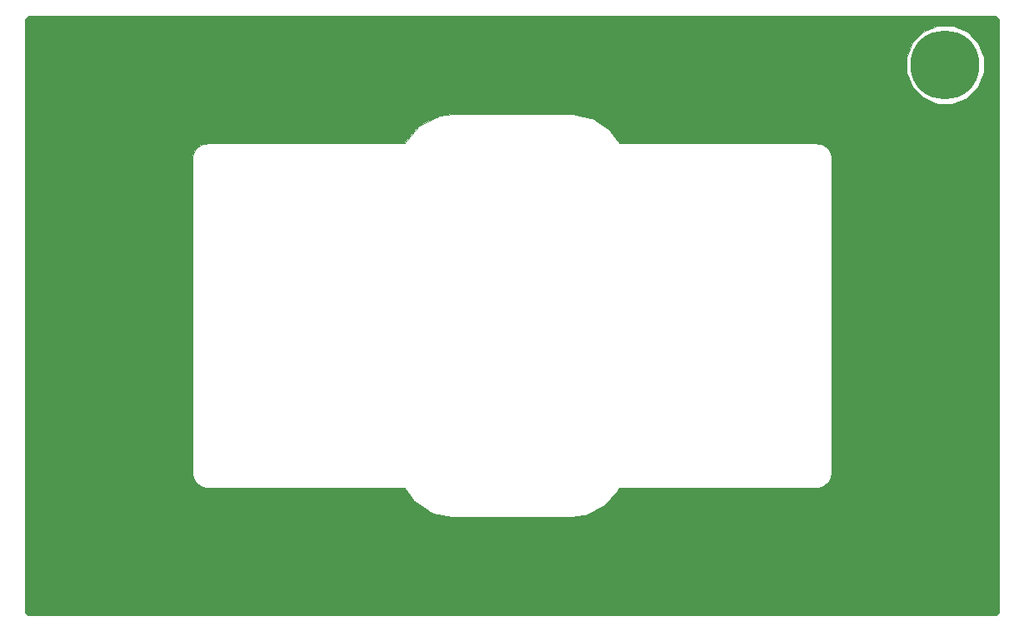
<source format=gbr>
G04 #@! TF.FileFunction,Copper,L2,Bot,Signal*
%FSLAX46Y46*%
G04 Gerber Fmt 4.6, Leading zero omitted, Abs format (unit mm)*
G04 Created by KiCad (PCBNEW 0.201603210401+6634~43~ubuntu14.04.1-product) date Mon 18 Apr 2016 03:28:45 PM CEST*
%MOMM*%
G01*
G04 APERTURE LIST*
%ADD10C,0.100000*%
%ADD11C,7.000000*%
G04 APERTURE END LIST*
D10*
D11*
X144000000Y-74500000D03*
X56000000Y-74500000D03*
X56000000Y-125500000D03*
X144000000Y-125500000D03*
D10*
G36*
X149187593Y-69547110D02*
X149346627Y-69653373D01*
X149452890Y-69812407D01*
X149500000Y-70049247D01*
X149500000Y-129950753D01*
X149452890Y-130187593D01*
X149346627Y-130346627D01*
X149187593Y-130452890D01*
X148950753Y-130500000D01*
X51049247Y-130500000D01*
X50812407Y-130452890D01*
X50653373Y-130346627D01*
X50547110Y-130187593D01*
X50500000Y-129950753D01*
X50500000Y-84000000D01*
X67500000Y-84000000D01*
X67500000Y-116000000D01*
X67509607Y-116048298D01*
X67509607Y-116097545D01*
X67585727Y-116480228D01*
X67660385Y-116660468D01*
X67877158Y-116984892D01*
X68015108Y-117122842D01*
X68339532Y-117339615D01*
X68519772Y-117414273D01*
X68902455Y-117490393D01*
X68951702Y-117490393D01*
X69000000Y-117500000D01*
X89092522Y-117500000D01*
X89236860Y-117750000D01*
X89258608Y-117774798D01*
X89273196Y-117804381D01*
X90067789Y-118839915D01*
X90129061Y-118893649D01*
X90186681Y-118951269D01*
X91808798Y-120035133D01*
X91989038Y-120109791D01*
X93902455Y-120490393D01*
X93951702Y-120490393D01*
X94000000Y-120500000D01*
X106000000Y-120500000D01*
X106032351Y-120493565D01*
X106065263Y-120495722D01*
X107359358Y-120325351D01*
X107436526Y-120299156D01*
X107515239Y-120278065D01*
X109264947Y-119415205D01*
X109264951Y-119415204D01*
X109419727Y-119296440D01*
X110706047Y-117829673D01*
X110730670Y-117787025D01*
X110763140Y-117750000D01*
X110907478Y-117500000D01*
X131000000Y-117500000D01*
X131048298Y-117490393D01*
X131097545Y-117490393D01*
X131480228Y-117414273D01*
X131660468Y-117339615D01*
X131984892Y-117122842D01*
X132122842Y-116984892D01*
X132339615Y-116660468D01*
X132414273Y-116480228D01*
X132490393Y-116097545D01*
X132490393Y-116048298D01*
X132500000Y-116000000D01*
X132500000Y-84000000D01*
X132490393Y-83951702D01*
X132490393Y-83902455D01*
X132414273Y-83519772D01*
X132339615Y-83339532D01*
X132122842Y-83015108D01*
X131984892Y-82877158D01*
X131660468Y-82660385D01*
X131480228Y-82585727D01*
X131097545Y-82509607D01*
X131048298Y-82509607D01*
X131000000Y-82500000D01*
X110907477Y-82500000D01*
X110763140Y-82250000D01*
X110741392Y-82225202D01*
X110726804Y-82195619D01*
X109932211Y-81160085D01*
X109870943Y-81106354D01*
X109813319Y-81048731D01*
X108191202Y-79964867D01*
X108010962Y-79890209D01*
X106097545Y-79509607D01*
X106048298Y-79509607D01*
X106000000Y-79500000D01*
X94000000Y-79500000D01*
X93967649Y-79506435D01*
X93934737Y-79504278D01*
X92640642Y-79674649D01*
X92563476Y-79700843D01*
X92484761Y-79721935D01*
X90735053Y-80584795D01*
X90735049Y-80584796D01*
X90580273Y-80703560D01*
X89293953Y-82170327D01*
X89269331Y-82212974D01*
X89236860Y-82250000D01*
X89092523Y-82500000D01*
X69000000Y-82500000D01*
X68951702Y-82509607D01*
X68902455Y-82509607D01*
X68519772Y-82585727D01*
X68339532Y-82660385D01*
X68015108Y-82877158D01*
X67877158Y-83015108D01*
X67660385Y-83339532D01*
X67585727Y-83519772D01*
X67509607Y-83902455D01*
X67509607Y-83951702D01*
X67500000Y-84000000D01*
X50500000Y-84000000D01*
X50500000Y-75282257D01*
X140049316Y-75282257D01*
X140649400Y-76734572D01*
X141759583Y-77846694D01*
X143210849Y-78449313D01*
X144782257Y-78450684D01*
X146234572Y-77850600D01*
X147346694Y-76740417D01*
X147949313Y-75289151D01*
X147950684Y-73717743D01*
X147350600Y-72265428D01*
X146240417Y-71153306D01*
X144789151Y-70550687D01*
X143217743Y-70549316D01*
X141765428Y-71149400D01*
X140653306Y-72259583D01*
X140050687Y-73710849D01*
X140049316Y-75282257D01*
X50500000Y-75282257D01*
X50500000Y-70049247D01*
X50547110Y-69812407D01*
X50653373Y-69653373D01*
X50812407Y-69547110D01*
X51049247Y-69500000D01*
X148950753Y-69500000D01*
X149187593Y-69547110D01*
X149187593Y-69547110D01*
G37*
X149187593Y-69547110D02*
X149346627Y-69653373D01*
X149452890Y-69812407D01*
X149500000Y-70049247D01*
X149500000Y-129950753D01*
X149452890Y-130187593D01*
X149346627Y-130346627D01*
X149187593Y-130452890D01*
X148950753Y-130500000D01*
X51049247Y-130500000D01*
X50812407Y-130452890D01*
X50653373Y-130346627D01*
X50547110Y-130187593D01*
X50500000Y-129950753D01*
X50500000Y-84000000D01*
X67500000Y-84000000D01*
X67500000Y-116000000D01*
X67509607Y-116048298D01*
X67509607Y-116097545D01*
X67585727Y-116480228D01*
X67660385Y-116660468D01*
X67877158Y-116984892D01*
X68015108Y-117122842D01*
X68339532Y-117339615D01*
X68519772Y-117414273D01*
X68902455Y-117490393D01*
X68951702Y-117490393D01*
X69000000Y-117500000D01*
X89092522Y-117500000D01*
X89236860Y-117750000D01*
X89258608Y-117774798D01*
X89273196Y-117804381D01*
X90067789Y-118839915D01*
X90129061Y-118893649D01*
X90186681Y-118951269D01*
X91808798Y-120035133D01*
X91989038Y-120109791D01*
X93902455Y-120490393D01*
X93951702Y-120490393D01*
X94000000Y-120500000D01*
X106000000Y-120500000D01*
X106032351Y-120493565D01*
X106065263Y-120495722D01*
X107359358Y-120325351D01*
X107436526Y-120299156D01*
X107515239Y-120278065D01*
X109264947Y-119415205D01*
X109264951Y-119415204D01*
X109419727Y-119296440D01*
X110706047Y-117829673D01*
X110730670Y-117787025D01*
X110763140Y-117750000D01*
X110907478Y-117500000D01*
X131000000Y-117500000D01*
X131048298Y-117490393D01*
X131097545Y-117490393D01*
X131480228Y-117414273D01*
X131660468Y-117339615D01*
X131984892Y-117122842D01*
X132122842Y-116984892D01*
X132339615Y-116660468D01*
X132414273Y-116480228D01*
X132490393Y-116097545D01*
X132490393Y-116048298D01*
X132500000Y-116000000D01*
X132500000Y-84000000D01*
X132490393Y-83951702D01*
X132490393Y-83902455D01*
X132414273Y-83519772D01*
X132339615Y-83339532D01*
X132122842Y-83015108D01*
X131984892Y-82877158D01*
X131660468Y-82660385D01*
X131480228Y-82585727D01*
X131097545Y-82509607D01*
X131048298Y-82509607D01*
X131000000Y-82500000D01*
X110907477Y-82500000D01*
X110763140Y-82250000D01*
X110741392Y-82225202D01*
X110726804Y-82195619D01*
X109932211Y-81160085D01*
X109870943Y-81106354D01*
X109813319Y-81048731D01*
X108191202Y-79964867D01*
X108010962Y-79890209D01*
X106097545Y-79509607D01*
X106048298Y-79509607D01*
X106000000Y-79500000D01*
X94000000Y-79500000D01*
X93967649Y-79506435D01*
X93934737Y-79504278D01*
X92640642Y-79674649D01*
X92563476Y-79700843D01*
X92484761Y-79721935D01*
X90735053Y-80584795D01*
X90735049Y-80584796D01*
X90580273Y-80703560D01*
X89293953Y-82170327D01*
X89269331Y-82212974D01*
X89236860Y-82250000D01*
X89092523Y-82500000D01*
X69000000Y-82500000D01*
X68951702Y-82509607D01*
X68902455Y-82509607D01*
X68519772Y-82585727D01*
X68339532Y-82660385D01*
X68015108Y-82877158D01*
X67877158Y-83015108D01*
X67660385Y-83339532D01*
X67585727Y-83519772D01*
X67509607Y-83902455D01*
X67509607Y-83951702D01*
X67500000Y-84000000D01*
X50500000Y-84000000D01*
X50500000Y-75282257D01*
X140049316Y-75282257D01*
X140649400Y-76734572D01*
X141759583Y-77846694D01*
X143210849Y-78449313D01*
X144782257Y-78450684D01*
X146234572Y-77850600D01*
X147346694Y-76740417D01*
X147949313Y-75289151D01*
X147950684Y-73717743D01*
X147350600Y-72265428D01*
X146240417Y-71153306D01*
X144789151Y-70550687D01*
X143217743Y-70549316D01*
X141765428Y-71149400D01*
X140653306Y-72259583D01*
X140050687Y-73710849D01*
X140049316Y-75282257D01*
X50500000Y-75282257D01*
X50500000Y-70049247D01*
X50547110Y-69812407D01*
X50653373Y-69653373D01*
X50812407Y-69547110D01*
X51049247Y-69500000D01*
X148950753Y-69500000D01*
X149187593Y-69547110D01*
M02*

</source>
